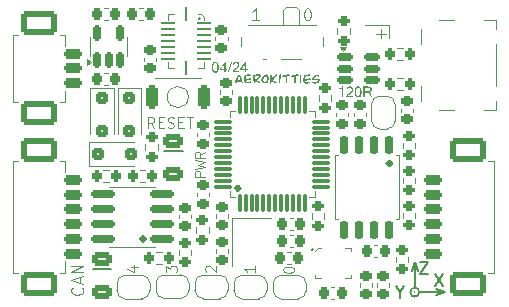
<source format=gto>
G04 #@! TF.GenerationSoftware,KiCad,Pcbnew,8.0.1*
G04 #@! TF.CreationDate,2024-04-22T06:17:08+03:00*
G04 #@! TF.ProjectId,IMU module,494d5520-6d6f-4647-956c-652e6b696361,rev?*
G04 #@! TF.SameCoordinates,Original*
G04 #@! TF.FileFunction,Legend,Top*
G04 #@! TF.FilePolarity,Positive*
%FSLAX46Y46*%
G04 Gerber Fmt 4.6, Leading zero omitted, Abs format (unit mm)*
G04 Created by KiCad (PCBNEW 8.0.1) date 2024-04-22 06:17:08*
%MOMM*%
%LPD*%
G01*
G04 APERTURE LIST*
G04 Aperture macros list*
%AMRoundRect*
0 Rectangle with rounded corners*
0 $1 Rounding radius*
0 $2 $3 $4 $5 $6 $7 $8 $9 X,Y pos of 4 corners*
0 Add a 4 corners polygon primitive as box body*
4,1,4,$2,$3,$4,$5,$6,$7,$8,$9,$2,$3,0*
0 Add four circle primitives for the rounded corners*
1,1,$1+$1,$2,$3*
1,1,$1+$1,$4,$5*
1,1,$1+$1,$6,$7*
1,1,$1+$1,$8,$9*
0 Add four rect primitives between the rounded corners*
20,1,$1+$1,$2,$3,$4,$5,0*
20,1,$1+$1,$4,$5,$6,$7,0*
20,1,$1+$1,$6,$7,$8,$9,0*
20,1,$1+$1,$8,$9,$2,$3,0*%
%AMFreePoly0*
4,1,19,0.500000,-0.750000,0.000000,-0.750000,0.000000,-0.744911,-0.071157,-0.744911,-0.207708,-0.704816,-0.327430,-0.627875,-0.420627,-0.520320,-0.479746,-0.390866,-0.500000,-0.250000,-0.500000,0.250000,-0.479746,0.390866,-0.420627,0.520320,-0.327430,0.627875,-0.207708,0.704816,-0.071157,0.744911,0.000000,0.744911,0.000000,0.750000,0.500000,0.750000,0.500000,-0.750000,0.500000,-0.750000,
$1*%
%AMFreePoly1*
4,1,19,0.000000,0.744911,0.071157,0.744911,0.207708,0.704816,0.327430,0.627875,0.420627,0.520320,0.479746,0.390866,0.500000,0.250000,0.500000,-0.250000,0.479746,-0.390866,0.420627,-0.520320,0.327430,-0.627875,0.207708,-0.704816,0.071157,-0.744911,0.000000,-0.744911,0.000000,-0.750000,-0.500000,-0.750000,-0.500000,0.750000,0.000000,0.750000,0.000000,0.744911,0.000000,0.744911,
$1*%
G04 Aperture macros list end*
%ADD10C,0.150000*%
%ADD11C,0.100000*%
%ADD12C,0.120000*%
%ADD13C,0.000000*%
%ADD14C,0.350000*%
%ADD15RoundRect,0.250000X-0.300000X0.300000X-0.300000X-0.300000X0.300000X-0.300000X0.300000X0.300000X0*%
%ADD16RoundRect,0.225000X-0.225000X-0.250000X0.225000X-0.250000X0.225000X0.250000X-0.225000X0.250000X0*%
%ADD17RoundRect,0.250000X-0.625000X0.375000X-0.625000X-0.375000X0.625000X-0.375000X0.625000X0.375000X0*%
%ADD18RoundRect,0.200000X-0.200000X-0.275000X0.200000X-0.275000X0.200000X0.275000X-0.200000X0.275000X0*%
%ADD19R,0.975000X0.250000*%
%ADD20R,0.250000X0.975000*%
%ADD21RoundRect,0.200000X0.200000X0.275000X-0.200000X0.275000X-0.200000X-0.275000X0.200000X-0.275000X0*%
%ADD22FreePoly0,180.000000*%
%ADD23FreePoly1,180.000000*%
%ADD24RoundRect,0.225000X0.250000X-0.225000X0.250000X0.225000X-0.250000X0.225000X-0.250000X-0.225000X0*%
%ADD25RoundRect,0.150000X0.150000X-0.512500X0.150000X0.512500X-0.150000X0.512500X-0.150000X-0.512500X0*%
%ADD26RoundRect,0.200000X0.275000X-0.200000X0.275000X0.200000X-0.275000X0.200000X-0.275000X-0.200000X0*%
%ADD27RoundRect,0.225000X0.225000X0.250000X-0.225000X0.250000X-0.225000X-0.250000X0.225000X-0.250000X0*%
%ADD28RoundRect,0.250000X-0.300000X-0.300000X0.300000X-0.300000X0.300000X0.300000X-0.300000X0.300000X0*%
%ADD29R,1.500000X0.900000*%
%ADD30RoundRect,0.200000X-0.275000X0.200000X-0.275000X-0.200000X0.275000X-0.200000X0.275000X0.200000X0*%
%ADD31C,0.500000*%
%ADD32R,1.800000X0.400000*%
%ADD33O,2.000000X1.090000*%
%ADD34O,1.600000X1.050000*%
%ADD35RoundRect,0.062500X-0.525000X-0.062500X0.525000X-0.062500X0.525000X0.062500X-0.525000X0.062500X0*%
%ADD36RoundRect,0.062500X-0.062500X0.525000X-0.062500X-0.525000X0.062500X-0.525000X0.062500X0.525000X0*%
%ADD37C,0.900000*%
%ADD38R,0.700000X1.500000*%
%ADD39R,1.000000X0.800000*%
%ADD40RoundRect,0.225000X-0.250000X0.225000X-0.250000X-0.225000X0.250000X-0.225000X0.250000X0.225000X0*%
%ADD41RoundRect,0.200000X0.600000X-0.200000X0.600000X0.200000X-0.600000X0.200000X-0.600000X-0.200000X0*%
%ADD42RoundRect,0.250001X1.249999X-0.799999X1.249999X0.799999X-1.249999X0.799999X-1.249999X-0.799999X0*%
%ADD43FreePoly0,270.000000*%
%ADD44FreePoly1,270.000000*%
%ADD45R,1.200000X1.400000*%
%ADD46RoundRect,0.150000X0.825000X0.150000X-0.825000X0.150000X-0.825000X-0.150000X0.825000X-0.150000X0*%
%ADD47RoundRect,0.250000X0.250000X-0.750000X0.250000X0.750000X-0.250000X0.750000X-0.250000X-0.750000X0*%
%ADD48RoundRect,0.150000X-0.512500X-0.150000X0.512500X-0.150000X0.512500X0.150000X-0.512500X0.150000X0*%
%ADD49RoundRect,0.150000X-0.150000X0.650000X-0.150000X-0.650000X0.150000X-0.650000X0.150000X0.650000X0*%
%ADD50RoundRect,0.200000X-0.600000X0.200000X-0.600000X-0.200000X0.600000X-0.200000X0.600000X0.200000X0*%
%ADD51RoundRect,0.250001X-1.249999X0.799999X-1.249999X-0.799999X1.249999X-0.799999X1.249999X0.799999X0*%
%ADD52RoundRect,0.075000X0.075000X-0.662500X0.075000X0.662500X-0.075000X0.662500X-0.075000X-0.662500X0*%
%ADD53RoundRect,0.075000X0.662500X-0.075000X0.662500X0.075000X-0.662500X0.075000X-0.662500X-0.075000X0*%
G04 APERTURE END LIST*
D10*
X163391753Y-113225454D02*
X165550753Y-113225454D01*
X163391753Y-113225454D02*
G75*
G02*
X162629753Y-113225454I-381000J0D01*
G01*
X162629753Y-113225454D02*
G75*
G02*
X163391753Y-113225454I381000J0D01*
G01*
X163010754Y-113225454D02*
G75*
G02*
X163010752Y-113225454I-1J0D01*
G01*
X163010752Y-113225454D02*
G75*
G02*
X163010754Y-113225454I1J0D01*
G01*
X163010753Y-110685454D02*
X163010753Y-112844454D01*
X163010753Y-110685454D02*
X163264753Y-111447454D01*
X165550753Y-113225454D02*
X164788753Y-112971454D01*
X163010753Y-110685454D02*
X162756753Y-111447454D01*
X165550753Y-113225454D02*
X164788753Y-113479454D01*
D11*
X144387657Y-102799639D02*
X145287657Y-102585353D01*
X145287657Y-102585353D02*
X144644800Y-102413925D01*
X144644800Y-102413925D02*
X145287657Y-102242496D01*
X145287657Y-102242496D02*
X144387657Y-102028211D01*
G36*
X156935808Y-96710000D02*
G01*
X156819524Y-96710000D01*
X156819524Y-96013834D01*
X156779420Y-96035280D01*
X156736419Y-96049019D01*
X156686033Y-96058067D01*
X156636968Y-96062088D01*
X156601244Y-96062854D01*
X156601244Y-95964375D01*
X156651761Y-95961737D01*
X156696590Y-95953824D01*
X156744628Y-95936513D01*
X156783779Y-95910959D01*
X156814043Y-95877162D01*
X156835419Y-95835122D01*
X156846122Y-95795554D01*
X156935808Y-95795554D01*
X156935808Y-96710000D01*
G37*
G36*
X157801013Y-96710000D02*
G01*
X157200689Y-96710000D01*
X157204740Y-96664824D01*
X157216895Y-96620795D01*
X157237152Y-96577915D01*
X157251907Y-96554588D01*
X157282970Y-96515309D01*
X157313282Y-96483055D01*
X157349606Y-96448405D01*
X157384469Y-96417700D01*
X157423507Y-96385332D01*
X157440291Y-96371919D01*
X157480978Y-96339057D01*
X157517447Y-96308343D01*
X157555641Y-96274319D01*
X157587761Y-96243387D01*
X157621139Y-96206952D01*
X157627796Y-96198702D01*
X157652342Y-96160975D01*
X157670194Y-96115835D01*
X157677781Y-96072309D01*
X157678575Y-96052083D01*
X157673458Y-96005170D01*
X157656203Y-95962465D01*
X157635270Y-95936238D01*
X157597846Y-95910519D01*
X157554851Y-95897371D01*
X157513491Y-95894033D01*
X157469105Y-95899098D01*
X157425957Y-95916177D01*
X157397207Y-95936898D01*
X157369071Y-95971120D01*
X157350859Y-96014850D01*
X157342912Y-96062854D01*
X157222451Y-96062854D01*
X157228556Y-96018910D01*
X157241734Y-95971998D01*
X157261434Y-95929778D01*
X157287656Y-95892248D01*
X157310378Y-95868314D01*
X157346971Y-95839963D01*
X157388277Y-95818576D01*
X157434294Y-95804152D01*
X157485024Y-95796691D01*
X157516129Y-95795554D01*
X157564727Y-95798074D01*
X157608968Y-95805632D01*
X157655072Y-95820818D01*
X157695245Y-95842862D01*
X157724956Y-95867215D01*
X157757173Y-95905203D01*
X157780186Y-95947724D01*
X157793993Y-95994779D01*
X157798524Y-96039671D01*
X157798595Y-96046367D01*
X157795188Y-96093642D01*
X157784967Y-96138087D01*
X157767931Y-96179701D01*
X157744080Y-96218485D01*
X157715183Y-96253874D01*
X157682225Y-96288645D01*
X157648987Y-96320750D01*
X157610501Y-96355699D01*
X157575933Y-96385706D01*
X157538005Y-96417533D01*
X157527999Y-96425774D01*
X157490084Y-96457500D01*
X157449654Y-96493033D01*
X157416964Y-96523982D01*
X157384198Y-96559612D01*
X157363355Y-96597452D01*
X157801013Y-96597452D01*
X157801013Y-96710000D01*
G37*
G36*
X158267290Y-95799646D02*
G01*
X158314894Y-95811922D01*
X158357306Y-95832382D01*
X158394524Y-95861026D01*
X158426548Y-95897854D01*
X158453380Y-95942865D01*
X158475018Y-95996061D01*
X158491464Y-96057441D01*
X158499542Y-96102907D01*
X158505312Y-96152011D01*
X158508774Y-96204752D01*
X158509928Y-96261130D01*
X158508774Y-96317189D01*
X158505312Y-96369631D01*
X158499542Y-96418457D01*
X158491464Y-96463665D01*
X158475018Y-96524697D01*
X158453380Y-96577591D01*
X158426548Y-96622348D01*
X158394524Y-96658967D01*
X158357306Y-96687449D01*
X158314894Y-96707793D01*
X158267290Y-96719999D01*
X158214492Y-96724068D01*
X158161773Y-96719999D01*
X158114239Y-96707793D01*
X158071891Y-96687449D01*
X158034729Y-96658967D01*
X158002752Y-96622348D01*
X157975960Y-96577591D01*
X157954354Y-96524697D01*
X157937933Y-96463665D01*
X157929867Y-96418457D01*
X157924105Y-96369631D01*
X157920648Y-96317189D01*
X157919496Y-96261130D01*
X157919500Y-96260910D01*
X158039956Y-96260910D01*
X158040650Y-96309978D01*
X158042731Y-96355185D01*
X158047285Y-96406265D01*
X158054006Y-96451313D01*
X158064933Y-96497407D01*
X158081628Y-96540206D01*
X158084360Y-96545355D01*
X158112677Y-96584140D01*
X158151686Y-96612347D01*
X158198638Y-96624884D01*
X158214272Y-96625589D01*
X158259332Y-96619243D01*
X158301690Y-96597304D01*
X158332875Y-96564160D01*
X158344625Y-96545355D01*
X158362012Y-96504245D01*
X158373517Y-96459598D01*
X158380707Y-96415757D01*
X158385718Y-96365883D01*
X158388158Y-96321641D01*
X158389204Y-96273539D01*
X158389248Y-96260910D01*
X158388551Y-96211729D01*
X158386459Y-96166402D01*
X158381883Y-96115162D01*
X158375129Y-96069944D01*
X158364147Y-96023630D01*
X158347370Y-95980556D01*
X158344625Y-95975366D01*
X158316362Y-95936050D01*
X158277249Y-95907456D01*
X158230023Y-95894748D01*
X158214272Y-95894033D01*
X158169514Y-95900467D01*
X158127327Y-95922706D01*
X158096151Y-95956303D01*
X158084360Y-95975366D01*
X158067058Y-96016754D01*
X158055610Y-96061623D01*
X158048455Y-96105637D01*
X158043469Y-96155672D01*
X158041040Y-96200036D01*
X158040000Y-96248254D01*
X158039956Y-96260910D01*
X157919500Y-96260910D01*
X157920648Y-96204752D01*
X157924105Y-96152011D01*
X157929867Y-96102907D01*
X157937933Y-96057441D01*
X157954354Y-95996061D01*
X157975960Y-95942865D01*
X158002752Y-95897854D01*
X158034729Y-95861026D01*
X158071891Y-95832382D01*
X158114239Y-95811922D01*
X158161773Y-95799646D01*
X158214492Y-95795554D01*
X158267290Y-95799646D01*
G37*
G36*
X159110198Y-95810601D02*
G01*
X159156123Y-95814115D01*
X159202041Y-95821122D01*
X159237748Y-95830066D01*
X159280755Y-95849497D01*
X159317891Y-95879682D01*
X159346558Y-95916454D01*
X159368814Y-95959165D01*
X159382828Y-96005138D01*
X159388392Y-96049303D01*
X159388763Y-96064612D01*
X159385356Y-96109826D01*
X159373377Y-96156061D01*
X159352775Y-96197392D01*
X159334248Y-96222222D01*
X159300507Y-96254338D01*
X159260368Y-96279463D01*
X159219317Y-96295929D01*
X159185211Y-96304654D01*
X159185211Y-96307292D01*
X159229752Y-96328463D01*
X159264082Y-96357379D01*
X159294078Y-96395993D01*
X159316340Y-96436810D01*
X159329412Y-96467979D01*
X159420197Y-96710000D01*
X159290504Y-96710000D01*
X159204995Y-96472815D01*
X159185693Y-96432420D01*
X159156461Y-96394455D01*
X159128937Y-96370160D01*
X159090469Y-96347383D01*
X159048208Y-96334060D01*
X159006498Y-96330153D01*
X158784702Y-96330153D01*
X158784702Y-96710000D01*
X158664681Y-96710000D01*
X158664681Y-95908101D01*
X158784702Y-95908101D01*
X158784702Y-96217606D01*
X159052441Y-96217606D01*
X159098446Y-96215933D01*
X159143811Y-96209926D01*
X159189698Y-96196273D01*
X159214667Y-96182655D01*
X159245342Y-96149239D01*
X159261023Y-96105953D01*
X159265005Y-96061535D01*
X159260266Y-96017333D01*
X159242069Y-95974180D01*
X159210225Y-95941815D01*
X159164733Y-95920238D01*
X159116397Y-95910499D01*
X159070905Y-95908101D01*
X158784702Y-95908101D01*
X158664681Y-95908101D01*
X158664681Y-95809623D01*
X159066069Y-95809623D01*
X159110198Y-95810601D01*
G37*
G36*
X146181727Y-93704646D02*
G01*
X146229331Y-93716922D01*
X146271742Y-93737382D01*
X146308960Y-93766026D01*
X146340985Y-93802854D01*
X146367817Y-93847865D01*
X146389455Y-93901061D01*
X146405900Y-93962441D01*
X146413979Y-94007907D01*
X146419749Y-94057011D01*
X146423211Y-94109752D01*
X146424365Y-94166130D01*
X146423211Y-94222189D01*
X146419749Y-94274631D01*
X146413979Y-94323457D01*
X146405900Y-94368665D01*
X146389455Y-94429697D01*
X146367817Y-94482591D01*
X146340985Y-94527348D01*
X146308960Y-94563967D01*
X146271742Y-94592449D01*
X146229331Y-94612793D01*
X146181727Y-94624999D01*
X146128929Y-94629068D01*
X146076210Y-94624999D01*
X146028676Y-94612793D01*
X145986328Y-94592449D01*
X145949166Y-94563967D01*
X145917188Y-94527348D01*
X145890397Y-94482591D01*
X145868790Y-94429697D01*
X145852370Y-94368665D01*
X145844303Y-94323457D01*
X145838542Y-94274631D01*
X145835085Y-94222189D01*
X145833933Y-94166130D01*
X145833937Y-94165910D01*
X145954393Y-94165910D01*
X145955087Y-94214978D01*
X145957168Y-94260185D01*
X145961721Y-94311265D01*
X145968443Y-94356313D01*
X145979370Y-94402407D01*
X145996065Y-94445206D01*
X145998796Y-94450355D01*
X146027114Y-94489140D01*
X146066123Y-94517347D01*
X146113075Y-94529884D01*
X146128709Y-94530589D01*
X146173769Y-94524243D01*
X146216127Y-94502304D01*
X146247312Y-94469160D01*
X146259062Y-94450355D01*
X146276449Y-94409245D01*
X146287953Y-94364598D01*
X146295144Y-94320757D01*
X146300155Y-94270883D01*
X146302595Y-94226641D01*
X146303641Y-94178539D01*
X146303685Y-94165910D01*
X146302988Y-94116729D01*
X146300896Y-94071402D01*
X146296320Y-94020162D01*
X146289566Y-93974944D01*
X146278584Y-93928630D01*
X146261807Y-93885556D01*
X146259062Y-93880366D01*
X146230798Y-93841050D01*
X146191686Y-93812456D01*
X146144460Y-93799748D01*
X146128709Y-93799033D01*
X146083951Y-93805467D01*
X146041764Y-93827706D01*
X146010588Y-93861303D01*
X145998796Y-93880366D01*
X145981495Y-93921754D01*
X145970047Y-93966623D01*
X145962892Y-94010637D01*
X145957905Y-94060672D01*
X145955477Y-94105036D01*
X145954436Y-94153254D01*
X145954393Y-94165910D01*
X145833937Y-94165910D01*
X145835085Y-94109752D01*
X145838542Y-94057011D01*
X145844303Y-94007907D01*
X145852370Y-93962441D01*
X145868790Y-93901061D01*
X145890397Y-93847865D01*
X145917188Y-93802854D01*
X145949166Y-93766026D01*
X145986328Y-93737382D01*
X146028676Y-93716922D01*
X146076210Y-93704646D01*
X146128929Y-93700554D01*
X146181727Y-93704646D01*
G37*
G36*
X147000729Y-94305495D02*
G01*
X147123168Y-94305495D01*
X147123168Y-94403974D01*
X147000729Y-94403974D01*
X147000729Y-94615000D01*
X146884006Y-94615000D01*
X146884006Y-94403974D01*
X146496905Y-94403974D01*
X146496905Y-94305495D01*
X146605715Y-94305495D01*
X146884006Y-94305495D01*
X146884006Y-93885861D01*
X146605715Y-94305495D01*
X146496905Y-94305495D01*
X146909285Y-93700554D01*
X147000729Y-93700554D01*
X147000729Y-94305495D01*
G37*
G36*
X147530272Y-93714623D02*
G01*
X147268249Y-94615000D01*
X147178563Y-94615000D01*
X147440586Y-93714623D01*
X147530272Y-93714623D01*
G37*
G36*
X148167746Y-94615000D02*
G01*
X147567422Y-94615000D01*
X147571473Y-94569824D01*
X147583627Y-94525795D01*
X147603884Y-94482915D01*
X147618639Y-94459588D01*
X147649703Y-94420309D01*
X147680014Y-94388055D01*
X147716338Y-94353405D01*
X147751201Y-94322700D01*
X147790240Y-94290332D01*
X147807024Y-94276919D01*
X147847711Y-94244057D01*
X147884179Y-94213343D01*
X147922374Y-94179319D01*
X147954494Y-94148387D01*
X147987872Y-94111952D01*
X147994529Y-94103702D01*
X148019075Y-94065975D01*
X148036927Y-94020835D01*
X148044514Y-93977309D01*
X148045307Y-93957083D01*
X148040190Y-93910170D01*
X148022936Y-93867465D01*
X148002003Y-93841238D01*
X147964579Y-93815519D01*
X147921584Y-93802371D01*
X147880224Y-93799033D01*
X147835838Y-93804098D01*
X147792690Y-93821177D01*
X147763939Y-93841898D01*
X147735804Y-93876120D01*
X147717591Y-93919850D01*
X147709644Y-93967854D01*
X147589184Y-93967854D01*
X147595289Y-93923910D01*
X147608467Y-93876998D01*
X147628167Y-93834778D01*
X147654389Y-93797248D01*
X147677111Y-93773314D01*
X147713704Y-93744963D01*
X147755009Y-93723576D01*
X147801027Y-93709152D01*
X147851757Y-93701691D01*
X147882861Y-93700554D01*
X147931460Y-93703074D01*
X147975700Y-93710632D01*
X148021805Y-93725818D01*
X148061977Y-93747862D01*
X148091689Y-93772215D01*
X148123906Y-93810203D01*
X148146918Y-93852724D01*
X148160726Y-93899779D01*
X148165256Y-93944671D01*
X148165328Y-93951367D01*
X148161921Y-93998642D01*
X148151699Y-94043087D01*
X148134663Y-94084701D01*
X148110813Y-94123485D01*
X148081915Y-94158874D01*
X148048958Y-94193645D01*
X148015720Y-94225750D01*
X147977234Y-94260699D01*
X147942666Y-94290706D01*
X147904738Y-94322533D01*
X147894732Y-94330774D01*
X147856816Y-94362500D01*
X147816387Y-94398033D01*
X147783697Y-94428982D01*
X147750931Y-94464612D01*
X147730087Y-94502452D01*
X148167746Y-94502452D01*
X148167746Y-94615000D01*
G37*
G36*
X148752244Y-94305495D02*
G01*
X148874683Y-94305495D01*
X148874683Y-94403974D01*
X148752244Y-94403974D01*
X148752244Y-94615000D01*
X148635520Y-94615000D01*
X148635520Y-94403974D01*
X148248420Y-94403974D01*
X148248420Y-94305495D01*
X148357230Y-94305495D01*
X148635520Y-94305495D01*
X148635520Y-93885861D01*
X148357230Y-94305495D01*
X148248420Y-94305495D01*
X148660799Y-93700554D01*
X148752244Y-93700554D01*
X148752244Y-94305495D01*
G37*
X149483410Y-110992950D02*
X149483410Y-111507236D01*
X149483410Y-111250093D02*
X148583410Y-111250093D01*
X148583410Y-111250093D02*
X148711981Y-111335807D01*
X148711981Y-111335807D02*
X148797695Y-111421522D01*
X148797695Y-111421522D02*
X148840553Y-111507236D01*
X140949360Y-99303657D02*
X140649360Y-98875085D01*
X140435074Y-99303657D02*
X140435074Y-98403657D01*
X140435074Y-98403657D02*
X140777931Y-98403657D01*
X140777931Y-98403657D02*
X140863646Y-98446514D01*
X140863646Y-98446514D02*
X140906503Y-98489371D01*
X140906503Y-98489371D02*
X140949360Y-98575085D01*
X140949360Y-98575085D02*
X140949360Y-98703657D01*
X140949360Y-98703657D02*
X140906503Y-98789371D01*
X140906503Y-98789371D02*
X140863646Y-98832228D01*
X140863646Y-98832228D02*
X140777931Y-98875085D01*
X140777931Y-98875085D02*
X140435074Y-98875085D01*
X141335074Y-98832228D02*
X141635074Y-98832228D01*
X141763646Y-99303657D02*
X141335074Y-99303657D01*
X141335074Y-99303657D02*
X141335074Y-98403657D01*
X141335074Y-98403657D02*
X141763646Y-98403657D01*
X142106503Y-99260800D02*
X142235075Y-99303657D01*
X142235075Y-99303657D02*
X142449360Y-99303657D01*
X142449360Y-99303657D02*
X142535075Y-99260800D01*
X142535075Y-99260800D02*
X142577932Y-99217942D01*
X142577932Y-99217942D02*
X142620789Y-99132228D01*
X142620789Y-99132228D02*
X142620789Y-99046514D01*
X142620789Y-99046514D02*
X142577932Y-98960800D01*
X142577932Y-98960800D02*
X142535075Y-98917942D01*
X142535075Y-98917942D02*
X142449360Y-98875085D01*
X142449360Y-98875085D02*
X142277932Y-98832228D01*
X142277932Y-98832228D02*
X142192217Y-98789371D01*
X142192217Y-98789371D02*
X142149360Y-98746514D01*
X142149360Y-98746514D02*
X142106503Y-98660800D01*
X142106503Y-98660800D02*
X142106503Y-98575085D01*
X142106503Y-98575085D02*
X142149360Y-98489371D01*
X142149360Y-98489371D02*
X142192217Y-98446514D01*
X142192217Y-98446514D02*
X142277932Y-98403657D01*
X142277932Y-98403657D02*
X142492217Y-98403657D01*
X142492217Y-98403657D02*
X142620789Y-98446514D01*
X143006503Y-98832228D02*
X143306503Y-98832228D01*
X143435075Y-99303657D02*
X143006503Y-99303657D01*
X143006503Y-99303657D02*
X143006503Y-98403657D01*
X143006503Y-98403657D02*
X143435075Y-98403657D01*
X143692218Y-98403657D02*
X144206504Y-98403657D01*
X143949361Y-99303657D02*
X143949361Y-98403657D01*
X145368124Y-111507236D02*
X145325267Y-111464379D01*
X145325267Y-111464379D02*
X145282410Y-111378665D01*
X145282410Y-111378665D02*
X145282410Y-111164379D01*
X145282410Y-111164379D02*
X145325267Y-111078665D01*
X145325267Y-111078665D02*
X145368124Y-111035807D01*
X145368124Y-111035807D02*
X145453838Y-110992950D01*
X145453838Y-110992950D02*
X145539553Y-110992950D01*
X145539553Y-110992950D02*
X145668124Y-111035807D01*
X145668124Y-111035807D02*
X146182410Y-111550093D01*
X146182410Y-111550093D02*
X146182410Y-110992950D01*
X151897410Y-111359496D02*
X151897410Y-111273782D01*
X151897410Y-111273782D02*
X151940267Y-111188068D01*
X151940267Y-111188068D02*
X151983124Y-111145211D01*
X151983124Y-111145211D02*
X152068838Y-111102353D01*
X152068838Y-111102353D02*
X152240267Y-111059496D01*
X152240267Y-111059496D02*
X152454553Y-111059496D01*
X152454553Y-111059496D02*
X152625981Y-111102353D01*
X152625981Y-111102353D02*
X152711695Y-111145211D01*
X152711695Y-111145211D02*
X152754553Y-111188068D01*
X152754553Y-111188068D02*
X152797410Y-111273782D01*
X152797410Y-111273782D02*
X152797410Y-111359496D01*
X152797410Y-111359496D02*
X152754553Y-111445211D01*
X152754553Y-111445211D02*
X152711695Y-111488068D01*
X152711695Y-111488068D02*
X152625981Y-111530925D01*
X152625981Y-111530925D02*
X152454553Y-111573782D01*
X152454553Y-111573782D02*
X152240267Y-111573782D01*
X152240267Y-111573782D02*
X152068838Y-111530925D01*
X152068838Y-111530925D02*
X151983124Y-111488068D01*
X151983124Y-111488068D02*
X151940267Y-111445211D01*
X151940267Y-111445211D02*
X151897410Y-111359496D01*
X141982410Y-111550093D02*
X141982410Y-110992950D01*
X141982410Y-110992950D02*
X142325267Y-111292950D01*
X142325267Y-111292950D02*
X142325267Y-111164379D01*
X142325267Y-111164379D02*
X142368124Y-111078665D01*
X142368124Y-111078665D02*
X142410981Y-111035807D01*
X142410981Y-111035807D02*
X142496695Y-110992950D01*
X142496695Y-110992950D02*
X142710981Y-110992950D01*
X142710981Y-110992950D02*
X142796695Y-111035807D01*
X142796695Y-111035807D02*
X142839553Y-111078665D01*
X142839553Y-111078665D02*
X142882410Y-111164379D01*
X142882410Y-111164379D02*
X142882410Y-111421522D01*
X142882410Y-111421522D02*
X142839553Y-111507236D01*
X142839553Y-111507236D02*
X142796695Y-111550093D01*
D10*
X164709420Y-111664273D02*
X165376086Y-112664273D01*
X165376086Y-111664273D02*
X164709420Y-112664273D01*
D11*
X153883732Y-89204419D02*
X153978970Y-89204419D01*
X153978970Y-89204419D02*
X154074208Y-89252038D01*
X154074208Y-89252038D02*
X154121827Y-89299657D01*
X154121827Y-89299657D02*
X154169446Y-89394895D01*
X154169446Y-89394895D02*
X154217065Y-89585371D01*
X154217065Y-89585371D02*
X154217065Y-89823466D01*
X154217065Y-89823466D02*
X154169446Y-90013942D01*
X154169446Y-90013942D02*
X154121827Y-90109180D01*
X154121827Y-90109180D02*
X154074208Y-90156800D01*
X154074208Y-90156800D02*
X153978970Y-90204419D01*
X153978970Y-90204419D02*
X153883732Y-90204419D01*
X153883732Y-90204419D02*
X153788494Y-90156800D01*
X153788494Y-90156800D02*
X153740875Y-90109180D01*
X153740875Y-90109180D02*
X153693256Y-90013942D01*
X153693256Y-90013942D02*
X153645637Y-89823466D01*
X153645637Y-89823466D02*
X153645637Y-89585371D01*
X153645637Y-89585371D02*
X153693256Y-89394895D01*
X153693256Y-89394895D02*
X153740875Y-89299657D01*
X153740875Y-89299657D02*
X153788494Y-89252038D01*
X153788494Y-89252038D02*
X153883732Y-89204419D01*
X134847933Y-112843141D02*
X134895553Y-112890760D01*
X134895553Y-112890760D02*
X134943172Y-113033617D01*
X134943172Y-113033617D02*
X134943172Y-113128855D01*
X134943172Y-113128855D02*
X134895553Y-113271712D01*
X134895553Y-113271712D02*
X134800314Y-113366950D01*
X134800314Y-113366950D02*
X134705076Y-113414569D01*
X134705076Y-113414569D02*
X134514600Y-113462188D01*
X134514600Y-113462188D02*
X134371743Y-113462188D01*
X134371743Y-113462188D02*
X134181267Y-113414569D01*
X134181267Y-113414569D02*
X134086029Y-113366950D01*
X134086029Y-113366950D02*
X133990791Y-113271712D01*
X133990791Y-113271712D02*
X133943172Y-113128855D01*
X133943172Y-113128855D02*
X133943172Y-113033617D01*
X133943172Y-113033617D02*
X133990791Y-112890760D01*
X133990791Y-112890760D02*
X134038410Y-112843141D01*
X134657457Y-112462188D02*
X134657457Y-111985998D01*
X134943172Y-112557426D02*
X133943172Y-112224093D01*
X133943172Y-112224093D02*
X134943172Y-111890760D01*
X134943172Y-111557426D02*
X133943172Y-111557426D01*
X133943172Y-111557426D02*
X134943172Y-110985998D01*
X134943172Y-110985998D02*
X133943172Y-110985998D01*
D10*
X163439420Y-110648273D02*
X164106086Y-110648273D01*
X164106086Y-110648273D02*
X163439420Y-111648273D01*
X163439420Y-111648273D02*
X164106086Y-111648273D01*
D11*
X138978410Y-111078665D02*
X139578410Y-111078665D01*
X138635553Y-111292950D02*
X139278410Y-111507236D01*
X139278410Y-111507236D02*
X139278410Y-110950093D01*
D10*
X161740753Y-113204082D02*
X161740753Y-113680273D01*
X161407420Y-112680273D02*
X161740753Y-113204082D01*
X161740753Y-113204082D02*
X162074086Y-112680273D01*
D11*
X149834312Y-90204419D02*
X149262884Y-90204419D01*
X149548598Y-90204419D02*
X149548598Y-89204419D01*
X149548598Y-89204419D02*
X149453360Y-89347276D01*
X149453360Y-89347276D02*
X149358122Y-89442514D01*
X149358122Y-89442514D02*
X149262884Y-89490133D01*
X145287657Y-101328639D02*
X144859085Y-101628639D01*
X145287657Y-101842925D02*
X144387657Y-101842925D01*
X144387657Y-101842925D02*
X144387657Y-101500068D01*
X144387657Y-101500068D02*
X144430514Y-101414353D01*
X144430514Y-101414353D02*
X144473371Y-101371496D01*
X144473371Y-101371496D02*
X144559085Y-101328639D01*
X144559085Y-101328639D02*
X144687657Y-101328639D01*
X144687657Y-101328639D02*
X144773371Y-101371496D01*
X144773371Y-101371496D02*
X144816228Y-101414353D01*
X144816228Y-101414353D02*
X144859085Y-101500068D01*
X144859085Y-101500068D02*
X144859085Y-101842925D01*
X145287657Y-103469925D02*
X144387657Y-103469925D01*
X144387657Y-103469925D02*
X144387657Y-103127068D01*
X144387657Y-103127068D02*
X144430514Y-103041353D01*
X144430514Y-103041353D02*
X144473371Y-102998496D01*
X144473371Y-102998496D02*
X144559085Y-102955639D01*
X144559085Y-102955639D02*
X144687657Y-102955639D01*
X144687657Y-102955639D02*
X144773371Y-102998496D01*
X144773371Y-102998496D02*
X144816228Y-103041353D01*
X144816228Y-103041353D02*
X144859085Y-103127068D01*
X144859085Y-103127068D02*
X144859085Y-103469925D01*
D12*
X135549753Y-95937454D02*
X135549753Y-99797454D01*
X137549753Y-95937454D02*
X135549753Y-95937454D01*
X137549753Y-95937454D02*
X137549753Y-99797454D01*
X152416173Y-108384454D02*
X152697333Y-108384454D01*
X152416173Y-109404454D02*
X152697333Y-109404454D01*
D10*
X137334753Y-111263454D02*
X135734753Y-111263454D01*
D12*
X152416173Y-106924454D02*
X152697333Y-106924454D01*
X152416173Y-107944454D02*
X152697333Y-107944454D01*
X161523495Y-95081954D02*
X161998011Y-95081954D01*
X161523495Y-96126954D02*
X161998011Y-96126954D01*
X154589753Y-109752454D02*
X154843753Y-109498454D01*
X154589753Y-111784454D02*
X154589753Y-112038454D01*
X154589753Y-112038454D02*
X155097753Y-112038454D01*
X154843753Y-109498454D02*
X155097753Y-109498454D01*
X157637753Y-109498454D02*
X157129753Y-109498454D01*
X157637753Y-109752454D02*
X157637753Y-109498454D01*
X157637753Y-111784454D02*
X157637753Y-112038454D01*
X157637753Y-112038454D02*
X157129753Y-112038454D01*
D10*
X154410753Y-109625454D02*
G75*
G02*
X154260753Y-109625454I-75000J0D01*
G01*
X154260753Y-109625454D02*
G75*
G02*
X154410753Y-109625454I75000J0D01*
G01*
D12*
X159572173Y-109199454D02*
X159853333Y-109199454D01*
X159572173Y-110219454D02*
X159853333Y-110219454D01*
D13*
G36*
X151627371Y-94783811D02*
G01*
X151650808Y-94787149D01*
X151647440Y-95114708D01*
X151646337Y-95199078D01*
X151644854Y-95278442D01*
X151643086Y-95349666D01*
X151641124Y-95409612D01*
X151639061Y-95455145D01*
X151636992Y-95483130D01*
X151636389Y-95487601D01*
X151629413Y-95517008D01*
X151618554Y-95531157D01*
X151599488Y-95536331D01*
X151576596Y-95534346D01*
X151558212Y-95518883D01*
X151547943Y-95503906D01*
X151541476Y-95492651D01*
X151536431Y-95480337D01*
X151532665Y-95464361D01*
X151530034Y-95442119D01*
X151528394Y-95411008D01*
X151527602Y-95368424D01*
X151527513Y-95311764D01*
X151527985Y-95238424D01*
X151528765Y-95156441D01*
X151531915Y-94844798D01*
X151567925Y-94812635D01*
X151598658Y-94791079D01*
X151624762Y-94783592D01*
X151627371Y-94783811D01*
G37*
G36*
X153399967Y-94794619D02*
G01*
X153423404Y-94797958D01*
X153420036Y-95125516D01*
X153418932Y-95209886D01*
X153417450Y-95289251D01*
X153415681Y-95360474D01*
X153413719Y-95420421D01*
X153411657Y-95465954D01*
X153409587Y-95493938D01*
X153408985Y-95498410D01*
X153402009Y-95527817D01*
X153391150Y-95541965D01*
X153372083Y-95547140D01*
X153349192Y-95545155D01*
X153330808Y-95529691D01*
X153320538Y-95514714D01*
X153314071Y-95503459D01*
X153309027Y-95491146D01*
X153305261Y-95475170D01*
X153302630Y-95452928D01*
X153300990Y-95421817D01*
X153300197Y-95379233D01*
X153300109Y-95322573D01*
X153300581Y-95249233D01*
X153301361Y-95167250D01*
X153304510Y-94855606D01*
X153340520Y-94823444D01*
X153371254Y-94801888D01*
X153397358Y-94794400D01*
X153399967Y-94794619D01*
G37*
G36*
X150520056Y-94801684D02*
G01*
X150565303Y-94836008D01*
X150581879Y-94857148D01*
X150603727Y-94903151D01*
X150620872Y-94965064D01*
X150632742Y-95037578D01*
X150638764Y-95115383D01*
X150638364Y-95193170D01*
X150630970Y-95265630D01*
X150627829Y-95282949D01*
X150603414Y-95359838D01*
X150564832Y-95424681D01*
X150514508Y-95475582D01*
X150454864Y-95510648D01*
X150388325Y-95527983D01*
X150317381Y-95525703D01*
X150253620Y-95507242D01*
X150189335Y-95476000D01*
X150129984Y-95435702D01*
X150081025Y-95390074D01*
X150047915Y-95342842D01*
X150047109Y-95341202D01*
X150027027Y-95275690D01*
X150027272Y-95214476D01*
X150166354Y-95214476D01*
X150173484Y-95264806D01*
X150198695Y-95311993D01*
X150204783Y-95319854D01*
X150252394Y-95365971D01*
X150304489Y-95394272D01*
X150357995Y-95404042D01*
X150409837Y-95394567D01*
X150444331Y-95375486D01*
X150477700Y-95339986D01*
X150500255Y-95289928D01*
X150512562Y-95223545D01*
X150515401Y-95154638D01*
X150510311Y-95071623D01*
X150495925Y-95007918D01*
X150472097Y-94963245D01*
X150438681Y-94937330D01*
X150396478Y-94929867D01*
X150362183Y-94935160D01*
X150330532Y-94950860D01*
X150297411Y-94979850D01*
X150258703Y-95025011D01*
X150256395Y-95027938D01*
X150207515Y-95097709D01*
X150177599Y-95159332D01*
X150166354Y-95214476D01*
X150027272Y-95214476D01*
X150027303Y-95206638D01*
X150047887Y-95137630D01*
X150050026Y-95133021D01*
X150080977Y-95077931D01*
X150122429Y-95018350D01*
X150170662Y-94958446D01*
X150221954Y-94902386D01*
X150272583Y-94854338D01*
X150318828Y-94818469D01*
X150343744Y-94804137D01*
X150405508Y-94784910D01*
X150465535Y-94784372D01*
X150520056Y-94801684D01*
G37*
G36*
X152366644Y-94766920D02*
G01*
X152382100Y-94771956D01*
X152391718Y-94776613D01*
X152418063Y-94796848D01*
X152437732Y-94823752D01*
X152447524Y-94851021D01*
X152444237Y-94872346D01*
X152441809Y-94875265D01*
X152426138Y-94882160D01*
X152394348Y-94890605D01*
X152351749Y-94899310D01*
X152322610Y-94904215D01*
X152277407Y-94911501D01*
X152241060Y-94917889D01*
X152218291Y-94922519D01*
X152213003Y-94924184D01*
X152211656Y-94935465D01*
X152209491Y-94965489D01*
X152206674Y-95011403D01*
X152203372Y-95070355D01*
X152199752Y-95139493D01*
X152196070Y-95214085D01*
X152192063Y-95291787D01*
X152187842Y-95363332D01*
X152183635Y-95425586D01*
X152179668Y-95475416D01*
X152176169Y-95509687D01*
X152173540Y-95524830D01*
X152157167Y-95544365D01*
X152132029Y-95548399D01*
X152104546Y-95536818D01*
X152092930Y-95526268D01*
X152086650Y-95518042D01*
X152081821Y-95507286D01*
X152078278Y-95491336D01*
X152075855Y-95467532D01*
X152074386Y-95433211D01*
X152073706Y-95385714D01*
X152073648Y-95322377D01*
X152074048Y-95240539D01*
X152074150Y-95224565D01*
X152075960Y-94945744D01*
X152003420Y-94965846D01*
X151961829Y-94977805D01*
X151924673Y-94989231D01*
X151901725Y-94997033D01*
X151873704Y-95003040D01*
X151853562Y-95001406D01*
X151822691Y-94983592D01*
X151798074Y-94957452D01*
X151786199Y-94930217D01*
X151785915Y-94926025D01*
X151794673Y-94901096D01*
X151810234Y-94885383D01*
X151833287Y-94875180D01*
X151873928Y-94862065D01*
X151928469Y-94846951D01*
X151993224Y-94830752D01*
X152064505Y-94814383D01*
X152138624Y-94798757D01*
X152211895Y-94784789D01*
X152226072Y-94782284D01*
X152281939Y-94772812D01*
X152321019Y-94767196D01*
X152347769Y-94765283D01*
X152366644Y-94766920D01*
G37*
G36*
X153101623Y-94777729D02*
G01*
X153117079Y-94782765D01*
X153126697Y-94787422D01*
X153153041Y-94807656D01*
X153172711Y-94834561D01*
X153182503Y-94861829D01*
X153179216Y-94883155D01*
X153176788Y-94886074D01*
X153161117Y-94892969D01*
X153129327Y-94901414D01*
X153086727Y-94910119D01*
X153057589Y-94915024D01*
X153012386Y-94922310D01*
X152976039Y-94928698D01*
X152953270Y-94933328D01*
X152947982Y-94934992D01*
X152946635Y-94946274D01*
X152944469Y-94976298D01*
X152941653Y-95022212D01*
X152938351Y-95081164D01*
X152934730Y-95150302D01*
X152931049Y-95224894D01*
X152927042Y-95302595D01*
X152922821Y-95374140D01*
X152918614Y-95436395D01*
X152914647Y-95486224D01*
X152911147Y-95520496D01*
X152908519Y-95535638D01*
X152892145Y-95555173D01*
X152867007Y-95559207D01*
X152839524Y-95547627D01*
X152827909Y-95537076D01*
X152821629Y-95528851D01*
X152816800Y-95518094D01*
X152813257Y-95502144D01*
X152810833Y-95478340D01*
X152809365Y-95444020D01*
X152808684Y-95396522D01*
X152808627Y-95333185D01*
X152809027Y-95251348D01*
X152809129Y-95235374D01*
X152810939Y-94956553D01*
X152738399Y-94976655D01*
X152696807Y-94988613D01*
X152659652Y-95000040D01*
X152636704Y-95007841D01*
X152608683Y-95013848D01*
X152588540Y-95012214D01*
X152557670Y-94994400D01*
X152533053Y-94968261D01*
X152521178Y-94941025D01*
X152520893Y-94936833D01*
X152529652Y-94911905D01*
X152545212Y-94896191D01*
X152568265Y-94885989D01*
X152608906Y-94872874D01*
X152663448Y-94857760D01*
X152728203Y-94841561D01*
X152799484Y-94825191D01*
X152873603Y-94809566D01*
X152946874Y-94795598D01*
X152961051Y-94793093D01*
X153016918Y-94783621D01*
X153055998Y-94778004D01*
X153082747Y-94776091D01*
X153101623Y-94777729D01*
G37*
G36*
X154806188Y-94808110D02*
G01*
X154851168Y-94829709D01*
X154884022Y-94867847D01*
X154903509Y-94922167D01*
X154905111Y-94931112D01*
X154907337Y-94963046D01*
X154899507Y-94984697D01*
X154889393Y-94996479D01*
X154866962Y-95012263D01*
X154847273Y-95009231D01*
X154827155Y-94986392D01*
X154820132Y-94974780D01*
X154807063Y-94954815D01*
X154792859Y-94945731D01*
X154769769Y-94944480D01*
X154747699Y-94946291D01*
X154693514Y-94959662D01*
X154632692Y-94988476D01*
X154570243Y-95029967D01*
X154521889Y-95070984D01*
X154497399Y-95095534D01*
X154484152Y-95113887D01*
X154483807Y-95126856D01*
X154498019Y-95135253D01*
X154528445Y-95139889D01*
X154576741Y-95141578D01*
X154644564Y-95141132D01*
X154664268Y-95140791D01*
X154748135Y-95140217D01*
X154813658Y-95142393D01*
X154864005Y-95147937D01*
X154902341Y-95157467D01*
X154931836Y-95171605D01*
X154955657Y-95190968D01*
X154963397Y-95199274D01*
X154990562Y-95242697D01*
X154996937Y-95287884D01*
X154982390Y-95335394D01*
X154946788Y-95385784D01*
X154910527Y-95421942D01*
X154837718Y-95475786D01*
X154755289Y-95517014D01*
X154667890Y-95544398D01*
X154580172Y-95556709D01*
X154496786Y-95552719D01*
X154453123Y-95542726D01*
X154410185Y-95521206D01*
X154375146Y-95488250D01*
X154352894Y-95449502D01*
X154347532Y-95420756D01*
X154347532Y-95394658D01*
X154431298Y-95404067D01*
X154536041Y-95412734D01*
X154621343Y-95413037D01*
X154687033Y-95404984D01*
X154731234Y-95389540D01*
X154777226Y-95361270D01*
X154807565Y-95335817D01*
X154820322Y-95314967D01*
X154819797Y-95307520D01*
X154811430Y-95297541D01*
X154793402Y-95290031D01*
X154763301Y-95284701D01*
X154718715Y-95281261D01*
X154657232Y-95279423D01*
X154581266Y-95278896D01*
X154516493Y-95278567D01*
X154469391Y-95277337D01*
X154436018Y-95274787D01*
X154412431Y-95270499D01*
X154394689Y-95264053D01*
X154383349Y-95257857D01*
X154348497Y-95229471D01*
X154330736Y-95194652D01*
X154327602Y-95148021D01*
X154328411Y-95137869D01*
X154343618Y-95083927D01*
X154377828Y-95027598D01*
X154428918Y-94971075D01*
X154494764Y-94916551D01*
X154573242Y-94866220D01*
X154610890Y-94846137D01*
X154684808Y-94815966D01*
X154750321Y-94803410D01*
X154806188Y-94808110D01*
G37*
G36*
X148162175Y-94782291D02*
G01*
X148193766Y-94815198D01*
X148227173Y-94868112D01*
X148263542Y-94941183D01*
X148304018Y-95034561D01*
X148349746Y-95148393D01*
X148354026Y-95159307D01*
X148390599Y-95253315D01*
X148419564Y-95329277D01*
X148441568Y-95389125D01*
X148457258Y-95434792D01*
X148467280Y-95468210D01*
X148472283Y-95491311D01*
X148472914Y-95506028D01*
X148471781Y-95510875D01*
X148456349Y-95524074D01*
X148428646Y-95525291D01*
X148395268Y-95514574D01*
X148375253Y-95496388D01*
X148353704Y-95463494D01*
X148334153Y-95422196D01*
X148320853Y-95381744D01*
X148315548Y-95365211D01*
X148306496Y-95357347D01*
X148287797Y-95356235D01*
X148253767Y-95359928D01*
X148185914Y-95373406D01*
X148103010Y-95398394D01*
X148007711Y-95434008D01*
X147923421Y-95469964D01*
X147876083Y-95490876D01*
X147844012Y-95503717D01*
X147822853Y-95509483D01*
X147808251Y-95509173D01*
X147795852Y-95503786D01*
X147790525Y-95500427D01*
X147766256Y-95478017D01*
X147752160Y-95456808D01*
X147748411Y-95448112D01*
X147746274Y-95439352D01*
X147746603Y-95428405D01*
X147750253Y-95413144D01*
X147758076Y-95391444D01*
X147770929Y-95361181D01*
X147789663Y-95320228D01*
X147790691Y-95318058D01*
X147955437Y-95318058D01*
X147957934Y-95322170D01*
X147972661Y-95318991D01*
X147999863Y-95310948D01*
X148014521Y-95306186D01*
X148041704Y-95298687D01*
X148082103Y-95289371D01*
X148129566Y-95279444D01*
X148177940Y-95270115D01*
X148221074Y-95262591D01*
X148252815Y-95258080D01*
X148263452Y-95257319D01*
X148264023Y-95248059D01*
X148258138Y-95223377D01*
X148247373Y-95187918D01*
X148233307Y-95146330D01*
X148217517Y-95103257D01*
X148201581Y-95063348D01*
X148187074Y-95031247D01*
X148185929Y-95028972D01*
X148164677Y-94996067D01*
X148143309Y-94983508D01*
X148119087Y-94990180D01*
X148108574Y-94997520D01*
X148094512Y-95014222D01*
X148075657Y-95044392D01*
X148053747Y-95084285D01*
X148030518Y-95130154D01*
X148007709Y-95178255D01*
X147987059Y-95224841D01*
X147970305Y-95266168D01*
X147959185Y-95298488D01*
X147955437Y-95318058D01*
X147790691Y-95318058D01*
X147815133Y-95266461D01*
X147848193Y-95197754D01*
X147889697Y-95111983D01*
X147895674Y-95099641D01*
X147946624Y-94996668D01*
X147991372Y-94912658D01*
X148031064Y-94847762D01*
X148066845Y-94802128D01*
X148099860Y-94775906D01*
X148131255Y-94769244D01*
X148162175Y-94782291D01*
G37*
G36*
X151313697Y-94771634D02*
G01*
X151328934Y-94800530D01*
X151331957Y-94823079D01*
X151326956Y-94840466D01*
X151311446Y-94868327D01*
X151284667Y-94907707D01*
X151245856Y-94959652D01*
X151194254Y-95025210D01*
X151129099Y-95105425D01*
X151107828Y-95131255D01*
X151068564Y-95179370D01*
X151034987Y-95221590D01*
X151009190Y-95255192D01*
X150993265Y-95277457D01*
X150989132Y-95285587D01*
X151003270Y-95293523D01*
X151033264Y-95306788D01*
X151074544Y-95323632D01*
X151122542Y-95342301D01*
X151172689Y-95361044D01*
X151220417Y-95378109D01*
X151261156Y-95391744D01*
X151283186Y-95398342D01*
X151344560Y-95420838D01*
X151385308Y-95448957D01*
X151405323Y-95482576D01*
X151404496Y-95521572D01*
X151401056Y-95532052D01*
X151385962Y-95546678D01*
X151374896Y-95549149D01*
X151352380Y-95544975D01*
X151311958Y-95532909D01*
X151255568Y-95513638D01*
X151185148Y-95487845D01*
X151102634Y-95456216D01*
X151023497Y-95424878D01*
X150971166Y-95403983D01*
X150926383Y-95386299D01*
X150892766Y-95373240D01*
X150873932Y-95366218D01*
X150871237Y-95365404D01*
X150869337Y-95375349D01*
X150867915Y-95401728D01*
X150867222Y-95439362D01*
X150867191Y-95449711D01*
X150863933Y-95507128D01*
X150854109Y-95544007D01*
X150837641Y-95560429D01*
X150814452Y-95556474D01*
X150786854Y-95534646D01*
X150777106Y-95523551D01*
X150769969Y-95510334D01*
X150764811Y-95491302D01*
X150761000Y-95462762D01*
X150757902Y-95421021D01*
X150754885Y-95362384D01*
X150753985Y-95342795D01*
X150751778Y-95269766D01*
X150751385Y-95192804D01*
X150752627Y-95115295D01*
X150755326Y-95040621D01*
X150759303Y-94972168D01*
X150764380Y-94913320D01*
X150770377Y-94867460D01*
X150777116Y-94837973D01*
X150781060Y-94829977D01*
X150801125Y-94812392D01*
X150825180Y-94797325D01*
X150847831Y-94787911D01*
X150862786Y-94791072D01*
X150873472Y-94800378D01*
X150880234Y-94809207D01*
X150884886Y-94822137D01*
X150887630Y-94842483D01*
X150888669Y-94873563D01*
X150888205Y-94918692D01*
X150886440Y-94981189D01*
X150885756Y-95001788D01*
X150883727Y-95069582D01*
X150882999Y-95118147D01*
X150883678Y-95149841D01*
X150885871Y-95167019D01*
X150889682Y-95172037D01*
X150893274Y-95169681D01*
X150903988Y-95157510D01*
X150926681Y-95131445D01*
X150959211Y-95093958D01*
X150999433Y-95047521D01*
X151045203Y-94994606D01*
X151076437Y-94958462D01*
X151124621Y-94903179D01*
X151168822Y-94853411D01*
X151206882Y-94811510D01*
X151236647Y-94779828D01*
X151255960Y-94760716D01*
X151261904Y-94756142D01*
X151289782Y-94755337D01*
X151313697Y-94771634D01*
G37*
G36*
X149830049Y-94768164D02*
G01*
X149893457Y-94785212D01*
X149942683Y-94811179D01*
X149975817Y-94845497D01*
X149990950Y-94887598D01*
X149991702Y-94900344D01*
X149989582Y-94930144D01*
X149982018Y-94958171D01*
X149967199Y-94986520D01*
X149943316Y-95017286D01*
X149908559Y-95052566D01*
X149861118Y-95094453D01*
X149799185Y-95145043D01*
X149740404Y-95191307D01*
X149698012Y-95224810D01*
X149662571Y-95253715D01*
X149637198Y-95275413D01*
X149625006Y-95287294D01*
X149624379Y-95288497D01*
X149633596Y-95295545D01*
X149658432Y-95309507D01*
X149694882Y-95328227D01*
X149730564Y-95345588D01*
X149801243Y-95381347D01*
X149852517Y-95412413D01*
X149885810Y-95439875D01*
X149902546Y-95464822D01*
X149905234Y-95479217D01*
X149901128Y-95501704D01*
X149894485Y-95511282D01*
X149880638Y-95509920D01*
X149852036Y-95500887D01*
X149813433Y-95485822D01*
X149786064Y-95473946D01*
X149738878Y-95454063D01*
X149686018Y-95433976D01*
X149631866Y-95415089D01*
X149580801Y-95398808D01*
X149537204Y-95386539D01*
X149505456Y-95379686D01*
X149490842Y-95379237D01*
X149484797Y-95390986D01*
X149479262Y-95418260D01*
X149475666Y-95452426D01*
X149468691Y-95505568D01*
X149456183Y-95537984D01*
X149437865Y-95549917D01*
X149413457Y-95541608D01*
X149393124Y-95524405D01*
X149383572Y-95513419D01*
X149376581Y-95500077D01*
X149371534Y-95480694D01*
X149367813Y-95451581D01*
X149364802Y-95409052D01*
X149361885Y-95349420D01*
X149361190Y-95333538D01*
X149358547Y-95265436D01*
X149356340Y-95195212D01*
X149354769Y-95130180D01*
X149354031Y-95077651D01*
X149354003Y-95068641D01*
X149483702Y-95068641D01*
X149484377Y-95117476D01*
X149486211Y-95157235D01*
X149488918Y-95183640D01*
X149491980Y-95192468D01*
X149504639Y-95187358D01*
X149530725Y-95173819D01*
X149565123Y-95154533D01*
X149573304Y-95149782D01*
X149617545Y-95122582D01*
X149667426Y-95089767D01*
X149718570Y-95054459D01*
X149766602Y-95019779D01*
X149807146Y-94988849D01*
X149835826Y-94964790D01*
X149844032Y-94956667D01*
X149859286Y-94928460D01*
X149853427Y-94902692D01*
X149826953Y-94881345D01*
X149824813Y-94880293D01*
X149791803Y-94872614D01*
X149743993Y-94874654D01*
X149680121Y-94886598D01*
X149598923Y-94908632D01*
X149569471Y-94917719D01*
X149483702Y-94944813D01*
X149483702Y-95068641D01*
X149354003Y-95068641D01*
X149354000Y-95067608D01*
X149353035Y-95016128D01*
X149349872Y-94983270D01*
X149344110Y-94966114D01*
X149339489Y-94962234D01*
X149324051Y-94947838D01*
X149308608Y-94921450D01*
X149297292Y-94892085D01*
X149294235Y-94868758D01*
X149295083Y-94865324D01*
X149308305Y-94854744D01*
X149338739Y-94841037D01*
X149382429Y-94825468D01*
X149435422Y-94809300D01*
X149493762Y-94793797D01*
X149553495Y-94780226D01*
X149573823Y-94776199D01*
X149668322Y-94763090D01*
X149754367Y-94760600D01*
X149830049Y-94768164D01*
G37*
G36*
X149064698Y-94758167D02*
G01*
X149085975Y-94766990D01*
X149092114Y-94770584D01*
X149123276Y-94796858D01*
X149142690Y-94827213D01*
X149146859Y-94855682D01*
X149145284Y-94861363D01*
X149130553Y-94873212D01*
X149099594Y-94882203D01*
X149087119Y-94884136D01*
X149022155Y-94893742D01*
X148954521Y-94906027D01*
X148888180Y-94920029D01*
X148827095Y-94934786D01*
X148775231Y-94949336D01*
X148736550Y-94962716D01*
X148715016Y-94973966D01*
X148714260Y-94974642D01*
X148709795Y-94987207D01*
X148703415Y-95015092D01*
X148696089Y-95052644D01*
X148688790Y-95094207D01*
X148682488Y-95134128D01*
X148678153Y-95166752D01*
X148676758Y-95186425D01*
X148677357Y-95189556D01*
X148688492Y-95188378D01*
X148716428Y-95182734D01*
X148757026Y-95173525D01*
X148806147Y-95161650D01*
X148809281Y-95160871D01*
X148908083Y-95137476D01*
X148993527Y-95119721D01*
X149063986Y-95107862D01*
X149117833Y-95102157D01*
X149153442Y-95102863D01*
X149162348Y-95105048D01*
X149187955Y-95120820D01*
X149212093Y-95144510D01*
X149212125Y-95144551D01*
X149226379Y-95169372D01*
X149223048Y-95187304D01*
X149200852Y-95199814D01*
X149158511Y-95208371D01*
X149156201Y-95208675D01*
X149109148Y-95216683D01*
X149049489Y-95229672D01*
X148982112Y-95246280D01*
X148911903Y-95265149D01*
X148843750Y-95284917D01*
X148782540Y-95304225D01*
X148733161Y-95321713D01*
X148702650Y-95334888D01*
X148689667Y-95349006D01*
X148694125Y-95366252D01*
X148712556Y-95384260D01*
X148741491Y-95400663D01*
X148777465Y-95413095D01*
X148817009Y-95419190D01*
X148826564Y-95419447D01*
X148859249Y-95417046D01*
X148904709Y-95410655D01*
X148954737Y-95401489D01*
X148970845Y-95398064D01*
X149016034Y-95388510D01*
X149054817Y-95381101D01*
X149081190Y-95376953D01*
X149087320Y-95376447D01*
X149111420Y-95385074D01*
X149137378Y-95406883D01*
X149158951Y-95435016D01*
X149169892Y-95462613D01*
X149170255Y-95467521D01*
X149168418Y-95482808D01*
X149160913Y-95494451D01*
X149144745Y-95503444D01*
X149116920Y-95510785D01*
X149074445Y-95517470D01*
X149014327Y-95524495D01*
X148991915Y-95526869D01*
X148940676Y-95532314D01*
X148897098Y-95537114D01*
X148865798Y-95540749D01*
X148851404Y-95542698D01*
X148835192Y-95542656D01*
X148805551Y-95540059D01*
X148784453Y-95537507D01*
X148714898Y-95518991D01*
X148657259Y-95483071D01*
X148610474Y-95428920D01*
X148584421Y-95381483D01*
X148573938Y-95356366D01*
X148566878Y-95331476D01*
X148562599Y-95301742D01*
X148560459Y-95262090D01*
X148559816Y-95207448D01*
X148559820Y-95187064D01*
X148562337Y-95105213D01*
X148569156Y-95026362D01*
X148579603Y-94954730D01*
X148593008Y-94894536D01*
X148608698Y-94849996D01*
X148615521Y-94837418D01*
X148630926Y-94820343D01*
X148652257Y-94815428D01*
X148671313Y-94816858D01*
X148699880Y-94816233D01*
X148743573Y-94810267D01*
X148796810Y-94799831D01*
X148829787Y-94792092D01*
X148904943Y-94773997D01*
X148962702Y-94761829D01*
X149006373Y-94755315D01*
X149039268Y-94754185D01*
X149064698Y-94758167D01*
G37*
G36*
X154079847Y-94779784D02*
G01*
X154101124Y-94788607D01*
X154107263Y-94792201D01*
X154138425Y-94818475D01*
X154157838Y-94848830D01*
X154162008Y-94877299D01*
X154160433Y-94882980D01*
X154145701Y-94894829D01*
X154114743Y-94903820D01*
X154102268Y-94905753D01*
X154037304Y-94915359D01*
X153969670Y-94927644D01*
X153903329Y-94941646D01*
X153842244Y-94956403D01*
X153790380Y-94970953D01*
X153751699Y-94984333D01*
X153730165Y-94995583D01*
X153729409Y-94996259D01*
X153724944Y-95008824D01*
X153718564Y-95036709D01*
X153711238Y-95074261D01*
X153703939Y-95115824D01*
X153697637Y-95155745D01*
X153693302Y-95188369D01*
X153691907Y-95208042D01*
X153692506Y-95211173D01*
X153703641Y-95209995D01*
X153731577Y-95204351D01*
X153772175Y-95195142D01*
X153821296Y-95183267D01*
X153824430Y-95182488D01*
X153923232Y-95159093D01*
X154008676Y-95141338D01*
X154079135Y-95129479D01*
X154132982Y-95123774D01*
X154168591Y-95124480D01*
X154177497Y-95126666D01*
X154203104Y-95142437D01*
X154227242Y-95166128D01*
X154227274Y-95166168D01*
X154241528Y-95190989D01*
X154238197Y-95208921D01*
X154216001Y-95221432D01*
X154173660Y-95229988D01*
X154171350Y-95230292D01*
X154124297Y-95238300D01*
X154064638Y-95251289D01*
X153997261Y-95267897D01*
X153927052Y-95286766D01*
X153858899Y-95306534D01*
X153797689Y-95325842D01*
X153748310Y-95343331D01*
X153717798Y-95356505D01*
X153704816Y-95370623D01*
X153709274Y-95387870D01*
X153727705Y-95405877D01*
X153756640Y-95422280D01*
X153792614Y-95434712D01*
X153832158Y-95440807D01*
X153841713Y-95441064D01*
X153874398Y-95438663D01*
X153919858Y-95432272D01*
X153969886Y-95423106D01*
X153985994Y-95419681D01*
X154031183Y-95410127D01*
X154069966Y-95402718D01*
X154096339Y-95398570D01*
X154102469Y-95398064D01*
X154126569Y-95406691D01*
X154152527Y-95428500D01*
X154174100Y-95456633D01*
X154185041Y-95484230D01*
X154185404Y-95489138D01*
X154183567Y-95504425D01*
X154176062Y-95516068D01*
X154159893Y-95525061D01*
X154132069Y-95532402D01*
X154089594Y-95539087D01*
X154029476Y-95546112D01*
X154007064Y-95548486D01*
X153955825Y-95553931D01*
X153912246Y-95558731D01*
X153880947Y-95562366D01*
X153866553Y-95564315D01*
X153850341Y-95564273D01*
X153820700Y-95561676D01*
X153799602Y-95559124D01*
X153730047Y-95540608D01*
X153672408Y-95504688D01*
X153625623Y-95450537D01*
X153599570Y-95403100D01*
X153589087Y-95377983D01*
X153582027Y-95353093D01*
X153577748Y-95323359D01*
X153575608Y-95283707D01*
X153574965Y-95229065D01*
X153574969Y-95208681D01*
X153577486Y-95126830D01*
X153584305Y-95047979D01*
X153594752Y-94976347D01*
X153608157Y-94916153D01*
X153623847Y-94871613D01*
X153630670Y-94859035D01*
X153646075Y-94841960D01*
X153667406Y-94837045D01*
X153686462Y-94838475D01*
X153715029Y-94837850D01*
X153758722Y-94831884D01*
X153811959Y-94821448D01*
X153844936Y-94813709D01*
X153920092Y-94795614D01*
X153977851Y-94783446D01*
X154021522Y-94776932D01*
X154054417Y-94775802D01*
X154079847Y-94779784D01*
G37*
D12*
X140210011Y-102872954D02*
X139735495Y-102872954D01*
X140210011Y-103917954D02*
X139735495Y-103917954D01*
X137795753Y-113080454D02*
X137795753Y-112480454D01*
X138495753Y-111780454D02*
X139895753Y-111780454D01*
X139895753Y-113780454D02*
X138495753Y-113780454D01*
X140595753Y-112480454D02*
X140595753Y-113080454D01*
X137795753Y-112480454D02*
G75*
G02*
X138495753Y-111780454I700000J0D01*
G01*
X138495753Y-113780454D02*
G75*
G02*
X137795753Y-113080454I0J700000D01*
G01*
X139895753Y-111780454D02*
G75*
G02*
X140595753Y-112480454I1J-699999D01*
G01*
X140595753Y-113080454D02*
G75*
G02*
X139895753Y-113780454I-699999J-1D01*
G01*
X156377753Y-98320034D02*
X156377753Y-98038874D01*
X157397753Y-98320034D02*
X157397753Y-98038874D01*
X136736173Y-89138454D02*
X137017333Y-89138454D01*
X136736173Y-90158454D02*
X137017333Y-90158454D01*
X146220753Y-106905034D02*
X146220753Y-106623874D01*
X147240753Y-106905034D02*
X147240753Y-106623874D01*
X135537753Y-92432954D02*
X135537753Y-91632954D01*
X135537753Y-92432954D02*
X135537753Y-93232954D01*
X138657753Y-92432954D02*
X138657753Y-91632954D01*
X138657753Y-92432954D02*
X138657753Y-93232954D01*
X135587753Y-93732954D02*
X135257753Y-93972954D01*
X135257753Y-93492954D01*
X135587753Y-93732954D01*
G36*
X135587753Y-93732954D02*
G01*
X135257753Y-93972954D01*
X135257753Y-93492954D01*
X135587753Y-93732954D01*
G37*
X162028500Y-101030258D02*
X162028500Y-100555742D01*
X163073500Y-101030258D02*
X163073500Y-100555742D01*
X139984333Y-89138454D02*
X139703173Y-89138454D01*
X139984333Y-90158454D02*
X139703173Y-90158454D01*
D10*
X143380753Y-101284454D02*
X141780753Y-101284454D01*
D12*
X143021753Y-106980034D02*
X143021753Y-106698874D01*
X144041753Y-106980034D02*
X144041753Y-106698874D01*
X135390753Y-100504454D02*
X135390753Y-102504454D01*
X135390753Y-100504454D02*
X139250753Y-100504454D01*
X135390753Y-102504454D02*
X139250753Y-102504454D01*
X160156753Y-90944454D02*
X160156753Y-91724454D01*
X160546753Y-91334454D02*
X159766753Y-91334454D01*
X160843753Y-90634454D02*
X158800753Y-90634454D01*
X160843753Y-90634454D02*
X160843753Y-91724454D01*
X161408253Y-110227196D02*
X161408253Y-110701712D01*
X162453253Y-110227196D02*
X162453253Y-110701712D01*
X144550753Y-100005034D02*
X144550753Y-99723874D01*
X145570753Y-100005034D02*
X145570753Y-99723874D01*
X163536753Y-90917454D02*
X163536753Y-92187454D01*
X163536753Y-95743454D02*
X163536753Y-97013454D01*
X166330753Y-90155454D02*
X165060753Y-90155454D01*
X166330753Y-97775454D02*
X165060753Y-97775454D01*
X169886753Y-90155454D02*
X168870753Y-90155454D01*
X169886753Y-90155454D02*
X169886753Y-90917454D01*
X169886753Y-95743454D02*
X169886753Y-92187454D01*
X169886753Y-97013454D02*
X169886753Y-97775454D01*
X169886753Y-97775454D02*
X168870753Y-97775454D01*
X142096753Y-89678454D02*
X142096753Y-90186454D01*
X142096753Y-89678454D02*
X142604753Y-89678454D01*
X142096753Y-94250454D02*
X142096753Y-93742454D01*
X142096753Y-94250454D02*
X142604753Y-94250454D01*
X144890753Y-89678454D02*
X144636753Y-89678454D01*
X145144753Y-89932454D02*
X144890753Y-89678454D01*
X145144753Y-90186454D02*
X145144753Y-89932454D01*
X145144753Y-94250454D02*
X144636753Y-94250454D01*
X145144753Y-94250454D02*
X145144753Y-93742454D01*
D10*
X144838753Y-90086454D02*
G75*
G02*
X144688753Y-90086454I-75000J0D01*
G01*
X144688753Y-90086454D02*
G75*
G02*
X144838753Y-90086454I75000J0D01*
G01*
D12*
X148330753Y-91619454D02*
X148330753Y-92409454D01*
X150380753Y-93459454D02*
X150180753Y-93459454D01*
X151880753Y-89319454D02*
X151880753Y-90609454D01*
X151880753Y-89319454D02*
X152080753Y-89109454D01*
X152980753Y-89109454D02*
X152080753Y-89109454D01*
X153180753Y-89319454D02*
X152980753Y-89109454D01*
X153180753Y-90609454D02*
X153180753Y-89319454D01*
X153380753Y-93459454D02*
X151680753Y-93459454D01*
X154630753Y-90609454D02*
X148930753Y-90609454D01*
X155230753Y-92409454D02*
X155230753Y-91619454D01*
X146140753Y-91629874D02*
X146140753Y-91911034D01*
X147160753Y-91629874D02*
X147160753Y-91911034D01*
X144516253Y-108188712D02*
X144516253Y-107714196D01*
X145561253Y-108188712D02*
X145561253Y-107714196D01*
X169250753Y-111574454D02*
X169700753Y-111574454D01*
X169700753Y-102104454D02*
X169250753Y-102104454D01*
X169700753Y-111574454D02*
X169700753Y-102104454D01*
X157851753Y-98320034D02*
X157851753Y-98038874D01*
X158871753Y-98320034D02*
X158871753Y-98038874D01*
X146548753Y-96141874D02*
X146548753Y-96423034D01*
X147568753Y-96141874D02*
X147568753Y-96423034D01*
X162030253Y-103529196D02*
X162030253Y-104003712D01*
X163075253Y-103529196D02*
X163075253Y-104003712D01*
X159350753Y-98715454D02*
X159350753Y-97315454D01*
X160050753Y-96615454D02*
X160650753Y-96615454D01*
X160650753Y-99415454D02*
X160050753Y-99415454D01*
X161350753Y-97315454D02*
X161350753Y-98715454D01*
X159350753Y-97315454D02*
G75*
G02*
X160050753Y-96615454I699999J1D01*
G01*
X160050753Y-99415454D02*
G75*
G02*
X159350753Y-98715454I0J700000D01*
G01*
X160650753Y-96615454D02*
G75*
G02*
X161350753Y-97315454I1J-699999D01*
G01*
X161350753Y-98715454D02*
G75*
G02*
X160650753Y-99415454I-700000J0D01*
G01*
X141599011Y-109779954D02*
X141124495Y-109779954D01*
X141599011Y-110824954D02*
X141124495Y-110824954D01*
X154300253Y-107001712D02*
X154300253Y-106527196D01*
X155345253Y-107001712D02*
X155345253Y-106527196D01*
X141099753Y-113048454D02*
X141099753Y-112448454D01*
X141799753Y-111748454D02*
X143199753Y-111748454D01*
X143199753Y-113748454D02*
X141799753Y-113748454D01*
X143899753Y-112448454D02*
X143899753Y-113048454D01*
X141099753Y-112448454D02*
G75*
G02*
X141799753Y-111748454I700000J0D01*
G01*
X141799753Y-113748454D02*
G75*
G02*
X141099753Y-113048454I0J700000D01*
G01*
X143199753Y-111748454D02*
G75*
G02*
X143899753Y-112448454I1J-699999D01*
G01*
X143899753Y-113048454D02*
G75*
G02*
X143199753Y-113748454I-699999J-1D01*
G01*
X143050253Y-110103712D02*
X143050253Y-109629196D01*
X144095253Y-110103712D02*
X144095253Y-109629196D01*
X161820753Y-97673874D02*
X161820753Y-97955034D01*
X162840753Y-97673874D02*
X162840753Y-97955034D01*
X152501333Y-109844454D02*
X152220173Y-109844454D01*
X152501333Y-110864454D02*
X152220173Y-110864454D01*
X147520753Y-106974454D02*
X147520753Y-110974454D01*
X150820753Y-106974454D02*
X147520753Y-106974454D01*
X139100753Y-104279454D02*
X137150753Y-104279454D01*
X139100753Y-104279454D02*
X141050753Y-104279454D01*
X139100753Y-109399454D02*
X137150753Y-109399454D01*
X139100753Y-109399454D02*
X141050753Y-109399454D01*
D14*
X140175753Y-108739454D02*
G75*
G02*
X139825753Y-108739454I-175000J0D01*
G01*
X139825753Y-108739454D02*
G75*
G02*
X140175753Y-108739454I175000J0D01*
G01*
D12*
X151014753Y-113089454D02*
X151014753Y-112489454D01*
X151714753Y-111789454D02*
X153114753Y-111789454D01*
X153114753Y-113789454D02*
X151714753Y-113789454D01*
X153814753Y-112489454D02*
X153814753Y-113089454D01*
X151014753Y-112489454D02*
G75*
G02*
X151714753Y-111789454I700000J0D01*
G01*
X151714753Y-113789454D02*
G75*
G02*
X151014753Y-113089454I0J700000D01*
G01*
X153114753Y-111789454D02*
G75*
G02*
X153814753Y-112489454I1J-699999D01*
G01*
X153814753Y-113089454D02*
G75*
G02*
X153114753Y-113789454I-699999J-1D01*
G01*
X159828753Y-112478374D02*
X159828753Y-112759534D01*
X160848753Y-112478374D02*
X160848753Y-112759534D01*
X158368753Y-112478374D02*
X158368753Y-112759534D01*
X159388753Y-112478374D02*
X159388753Y-112759534D01*
D11*
X141030753Y-95102454D02*
X144880753Y-95102454D01*
X143855753Y-96702454D02*
G75*
G02*
X142055753Y-96702454I-900000J0D01*
G01*
X142055753Y-96702454D02*
G75*
G02*
X143855753Y-96702454I900000J0D01*
G01*
D12*
X162030253Y-106501196D02*
X162030253Y-106975712D01*
X163075253Y-106501196D02*
X163075253Y-106975712D01*
X137132011Y-102861954D02*
X136657495Y-102861954D01*
X137132011Y-103906954D02*
X136657495Y-103906954D01*
X154902253Y-97036712D02*
X154902253Y-96562196D01*
X155947253Y-97036712D02*
X155947253Y-96562196D01*
X161998011Y-92561954D02*
X161523495Y-92561954D01*
X161998011Y-93606954D02*
X161523495Y-93606954D01*
X136733173Y-94704454D02*
X137014333Y-94704454D01*
X136733173Y-95724454D02*
X137014333Y-95724454D01*
X156930753Y-92780454D02*
X156690753Y-92450454D01*
X157170753Y-92450454D01*
X156930753Y-92780454D01*
G36*
X156930753Y-92780454D02*
G01*
X156690753Y-92450454D01*
X157170753Y-92450454D01*
X156930753Y-92780454D01*
G37*
X156233753Y-101601454D02*
X156493753Y-101601454D01*
X156233753Y-104326454D02*
X156233753Y-101601454D01*
X156233753Y-104326454D02*
X156233753Y-107051454D01*
X156233753Y-107051454D02*
X156493753Y-107051454D01*
X161683753Y-101601454D02*
X161423753Y-101601454D01*
X161683753Y-104326454D02*
X161683753Y-101601454D01*
X161683753Y-104326454D02*
X161683753Y-107051454D01*
X161683753Y-107051454D02*
X161423753Y-107051454D01*
D14*
X161033753Y-102326454D02*
G75*
G02*
X160683753Y-102326454I-175000J0D01*
G01*
X160683753Y-102326454D02*
G75*
G02*
X161033753Y-102326454I175000J0D01*
G01*
D12*
X144399753Y-113066454D02*
X144399753Y-112466454D01*
X145099753Y-111766454D02*
X146499753Y-111766454D01*
X146499753Y-113766454D02*
X145099753Y-113766454D01*
X147199753Y-112466454D02*
X147199753Y-113066454D01*
X144399753Y-112466454D02*
G75*
G02*
X145099753Y-111766454I700000J0D01*
G01*
X145099753Y-113766454D02*
G75*
G02*
X144399753Y-113066454I0J700000D01*
G01*
X146499753Y-111766454D02*
G75*
G02*
X147199753Y-112466454I1J-699999D01*
G01*
X147199753Y-113066454D02*
G75*
G02*
X146499753Y-113766454I-699999J-1D01*
G01*
X147700753Y-113076454D02*
X147700753Y-112476454D01*
X148400753Y-111776454D02*
X149800753Y-111776454D01*
X149800753Y-113776454D02*
X148400753Y-113776454D01*
X150500753Y-112476454D02*
X150500753Y-113076454D01*
X147700753Y-112476454D02*
G75*
G02*
X148400753Y-111776454I700000J0D01*
G01*
X148400753Y-113776454D02*
G75*
G02*
X147700753Y-113076454I0J700000D01*
G01*
X149800753Y-111776454D02*
G75*
G02*
X150500753Y-112476454I1J-699999D01*
G01*
X150500753Y-113076454D02*
G75*
G02*
X149800753Y-113776454I-699999J-1D01*
G01*
X144545753Y-104807874D02*
X144545753Y-105089034D01*
X145565753Y-104807874D02*
X145565753Y-105089034D01*
X128983753Y-102104454D02*
X128983753Y-111574454D01*
X128983753Y-111574454D02*
X129433753Y-111574454D01*
X129433753Y-102104454D02*
X128983753Y-102104454D01*
X132953753Y-102104454D02*
X133403753Y-102104454D01*
X132953753Y-111574454D02*
X133403753Y-111574454D01*
X133403753Y-102104454D02*
X133403753Y-103054454D01*
X133403753Y-111574454D02*
X133403753Y-110624454D01*
X128983753Y-91408454D02*
X128983753Y-97128454D01*
X128983753Y-97128454D02*
X129433753Y-97128454D01*
X129433753Y-91408454D02*
X128983753Y-91408454D01*
X132953753Y-91408454D02*
X133403753Y-91408454D01*
X132953753Y-97128454D02*
X133403753Y-97128454D01*
X133403753Y-91408454D02*
X133403753Y-92358454D01*
X133403753Y-97128454D02*
X133403753Y-96178454D01*
X137850753Y-95937454D02*
X137850753Y-99797454D01*
X139850753Y-95937454D02*
X137850753Y-95937454D01*
X139850753Y-95937454D02*
X139850753Y-99797454D01*
X156460253Y-90861196D02*
X156460253Y-91335712D01*
X157505253Y-90861196D02*
X157505253Y-91335712D01*
X155923173Y-112777954D02*
X156204333Y-112777954D01*
X155923173Y-113797954D02*
X156204333Y-113797954D01*
X146219753Y-109867034D02*
X146219753Y-109585874D01*
X147239753Y-109867034D02*
X147239753Y-109585874D01*
X140090753Y-93358874D02*
X140090753Y-93640034D01*
X141110753Y-93358874D02*
X141110753Y-93640034D01*
X140208253Y-101151712D02*
X140208253Y-100677196D01*
X141253253Y-101151712D02*
X141253253Y-100677196D01*
X147331753Y-97924454D02*
X147781753Y-97924454D01*
X147331753Y-98374454D02*
X147331753Y-97924454D01*
X147331753Y-104694454D02*
X147331753Y-105144454D01*
X147331753Y-105144454D02*
X147781753Y-105144454D01*
X154551753Y-97924454D02*
X154101753Y-97924454D01*
X154551753Y-98374454D02*
X154551753Y-97924454D01*
X154551753Y-104694454D02*
X154551753Y-105144454D01*
X154551753Y-105144454D02*
X154101753Y-105144454D01*
D14*
X148216753Y-104434454D02*
G75*
G02*
X147866753Y-104434454I-175000J0D01*
G01*
X147866753Y-104434454D02*
G75*
G02*
X148216753Y-104434454I175000J0D01*
G01*
%LPC*%
D15*
X136549753Y-96747454D03*
X136549753Y-99547454D03*
D16*
X151781753Y-108894454D03*
X153331753Y-108894454D03*
D17*
X136534753Y-110433454D03*
X136534753Y-113233454D03*
D16*
X151781753Y-107434454D03*
X153331753Y-107434454D03*
D18*
X160935753Y-95604454D03*
X162585753Y-95604454D03*
D19*
X154651253Y-110030454D03*
X154651253Y-110530454D03*
X154651253Y-111030454D03*
X154651253Y-111530454D03*
D20*
X155613753Y-111980954D03*
X156113753Y-111980954D03*
X156613753Y-111980954D03*
D19*
X157576253Y-111518454D03*
X157576253Y-111018454D03*
X157576253Y-110518454D03*
X157576253Y-110018454D03*
D20*
X156613753Y-109555954D03*
X156113753Y-109555954D03*
X155613753Y-109555954D03*
D16*
X158937753Y-109709454D03*
X160487753Y-109709454D03*
D21*
X140797753Y-103395454D03*
X139147753Y-103395454D03*
D22*
X139845753Y-112780454D03*
D23*
X138545753Y-112780454D03*
D24*
X156887753Y-98954454D03*
X156887753Y-97404454D03*
D16*
X136101753Y-89648454D03*
X137651753Y-89648454D03*
D24*
X146730753Y-107539454D03*
X146730753Y-105989454D03*
D25*
X136147753Y-93570454D03*
X137097753Y-93570454D03*
X138047753Y-93570454D03*
X138047753Y-91295454D03*
X136147753Y-91295454D03*
D26*
X162551000Y-101618000D03*
X162551000Y-99968000D03*
D27*
X140618753Y-89648454D03*
X139068753Y-89648454D03*
D17*
X142580753Y-100454454D03*
X142580753Y-103254454D03*
D24*
X143531753Y-107614454D03*
X143531753Y-106064454D03*
D28*
X136200753Y-101504454D03*
X139000753Y-101504454D03*
D29*
X161890753Y-91334454D03*
X158790753Y-91334454D03*
X158790753Y-89934454D03*
X161890753Y-89934454D03*
D30*
X161930753Y-109639454D03*
X161930753Y-111289454D03*
D24*
X145060753Y-100639454D03*
X145060753Y-99089454D03*
D31*
X165450753Y-91965454D03*
X165450753Y-95965454D03*
D32*
X164350753Y-95265454D03*
X164350753Y-94615454D03*
X164350753Y-93965454D03*
X164350753Y-93315454D03*
X164350753Y-92665454D03*
D33*
X167600753Y-90365454D03*
D34*
X164150753Y-90365454D03*
D33*
X167600753Y-97565454D03*
D34*
X164150753Y-97565454D03*
D35*
X145135753Y-90464454D03*
X145135753Y-90964454D03*
X145135753Y-91464454D03*
X145135753Y-91964454D03*
X145135753Y-92464454D03*
X145135753Y-92964454D03*
X145135753Y-93464454D03*
D36*
X143620753Y-94229454D03*
D35*
X142105753Y-93464454D03*
X142105753Y-92964454D03*
X142105753Y-92464454D03*
X142105753Y-91964454D03*
X142105753Y-91464454D03*
X142105753Y-90964454D03*
X142105753Y-90464454D03*
D36*
X143620753Y-89699454D03*
D37*
X153280753Y-92009454D03*
X150280753Y-92009454D03*
D38*
X154030753Y-93769454D03*
X151030753Y-93769454D03*
X149530753Y-93769454D03*
D39*
X155430753Y-93119454D03*
X155430753Y-90909454D03*
X148130753Y-93119454D03*
X148130753Y-90909454D03*
D40*
X146650753Y-90995454D03*
X146650753Y-92545454D03*
D26*
X145038753Y-108776454D03*
X145038753Y-107126454D03*
D41*
X164590753Y-109964454D03*
X164590753Y-108714454D03*
X164590753Y-107464454D03*
X164590753Y-106214454D03*
X164590753Y-104964454D03*
X164590753Y-103714454D03*
D42*
X167490753Y-112514454D03*
X167490753Y-101164454D03*
D24*
X158361753Y-98954454D03*
X158361753Y-97404454D03*
D40*
X147058753Y-95507454D03*
X147058753Y-97057454D03*
D30*
X162552753Y-102941454D03*
X162552753Y-104591454D03*
D43*
X160350753Y-97365454D03*
D44*
X160350753Y-98665454D03*
D21*
X142186753Y-110302454D03*
X140536753Y-110302454D03*
D26*
X154822753Y-107589454D03*
X154822753Y-105939454D03*
D22*
X143149753Y-112748454D03*
D23*
X141849753Y-112748454D03*
D26*
X143572753Y-110691454D03*
X143572753Y-109041454D03*
D40*
X162330753Y-97039454D03*
X162330753Y-98589454D03*
D27*
X153135753Y-110354454D03*
X151585753Y-110354454D03*
D45*
X148320753Y-107874454D03*
X148320753Y-110074454D03*
X150020753Y-110074454D03*
X150020753Y-107874454D03*
D46*
X141575753Y-108744454D03*
X141575753Y-107474454D03*
X141575753Y-106204454D03*
X141575753Y-104934454D03*
X136625753Y-104934454D03*
X136625753Y-106204454D03*
X136625753Y-107474454D03*
X136625753Y-108744454D03*
D22*
X153064753Y-112789454D03*
D23*
X151764753Y-112789454D03*
D40*
X160338753Y-111843954D03*
X160338753Y-113393954D03*
X158878753Y-111843954D03*
X158878753Y-113393954D03*
D47*
X140730753Y-96702454D03*
X145180753Y-96702454D03*
D30*
X162552753Y-105913454D03*
X162552753Y-107563454D03*
D21*
X137719753Y-103384454D03*
X136069753Y-103384454D03*
D26*
X155424753Y-97624454D03*
X155424753Y-95974454D03*
D21*
X162585753Y-93084454D03*
X160935753Y-93084454D03*
D16*
X136098753Y-95214454D03*
X137648753Y-95214454D03*
D48*
X157093253Y-93340454D03*
X157093253Y-94290454D03*
X157093253Y-95240454D03*
X159368253Y-95240454D03*
X159368253Y-94290454D03*
X159368253Y-93340454D03*
D49*
X160863753Y-100726454D03*
X159593753Y-100726454D03*
X158323753Y-100726454D03*
X157053753Y-100726454D03*
X157053753Y-107926454D03*
X158323753Y-107926454D03*
X159593753Y-107926454D03*
X160863753Y-107926454D03*
D22*
X146449753Y-112766454D03*
D23*
X145149753Y-112766454D03*
D22*
X149750753Y-112776454D03*
D23*
X148450753Y-112776454D03*
D40*
X145055753Y-104173454D03*
X145055753Y-105723454D03*
D50*
X134093753Y-103714454D03*
X134093753Y-104964454D03*
X134093753Y-106214454D03*
X134093753Y-107464454D03*
X134093753Y-108714454D03*
X134093753Y-109964454D03*
D51*
X131193753Y-101164454D03*
X131193753Y-112514454D03*
D50*
X134093753Y-93018454D03*
X134093753Y-94268454D03*
X134093753Y-95518454D03*
D51*
X131193753Y-90468454D03*
X131193753Y-98068454D03*
D15*
X138850753Y-96747454D03*
X138850753Y-99547454D03*
D30*
X156982753Y-90273454D03*
X156982753Y-91923454D03*
D16*
X155288753Y-113287954D03*
X156838753Y-113287954D03*
D24*
X146729753Y-110501454D03*
X146729753Y-108951454D03*
D40*
X140600753Y-92724454D03*
X140600753Y-94274454D03*
D26*
X140730753Y-101739454D03*
X140730753Y-100089454D03*
D52*
X148191753Y-105696954D03*
X148691753Y-105696954D03*
X149191753Y-105696954D03*
X149691753Y-105696954D03*
X150191753Y-105696954D03*
X150691753Y-105696954D03*
X151191753Y-105696954D03*
X151691753Y-105696954D03*
X152191753Y-105696954D03*
X152691753Y-105696954D03*
X153191753Y-105696954D03*
X153691753Y-105696954D03*
D53*
X155104253Y-104284454D03*
X155104253Y-103784454D03*
X155104253Y-103284454D03*
X155104253Y-102784454D03*
X155104253Y-102284454D03*
X155104253Y-101784454D03*
X155104253Y-101284454D03*
X155104253Y-100784454D03*
X155104253Y-100284454D03*
X155104253Y-99784454D03*
X155104253Y-99284454D03*
X155104253Y-98784454D03*
D52*
X153691753Y-97371954D03*
X153191753Y-97371954D03*
X152691753Y-97371954D03*
X152191753Y-97371954D03*
X151691753Y-97371954D03*
X151191753Y-97371954D03*
X150691753Y-97371954D03*
X150191753Y-97371954D03*
X149691753Y-97371954D03*
X149191753Y-97371954D03*
X148691753Y-97371954D03*
X148191753Y-97371954D03*
D53*
X146779253Y-98784454D03*
X146779253Y-99284454D03*
X146779253Y-99784454D03*
X146779253Y-100284454D03*
X146779253Y-100784454D03*
X146779253Y-101284454D03*
X146779253Y-101784454D03*
X146779253Y-102284454D03*
X146779253Y-102784454D03*
X146779253Y-103284454D03*
X146779253Y-103784454D03*
X146779253Y-104284454D03*
%LPD*%
M02*

</source>
